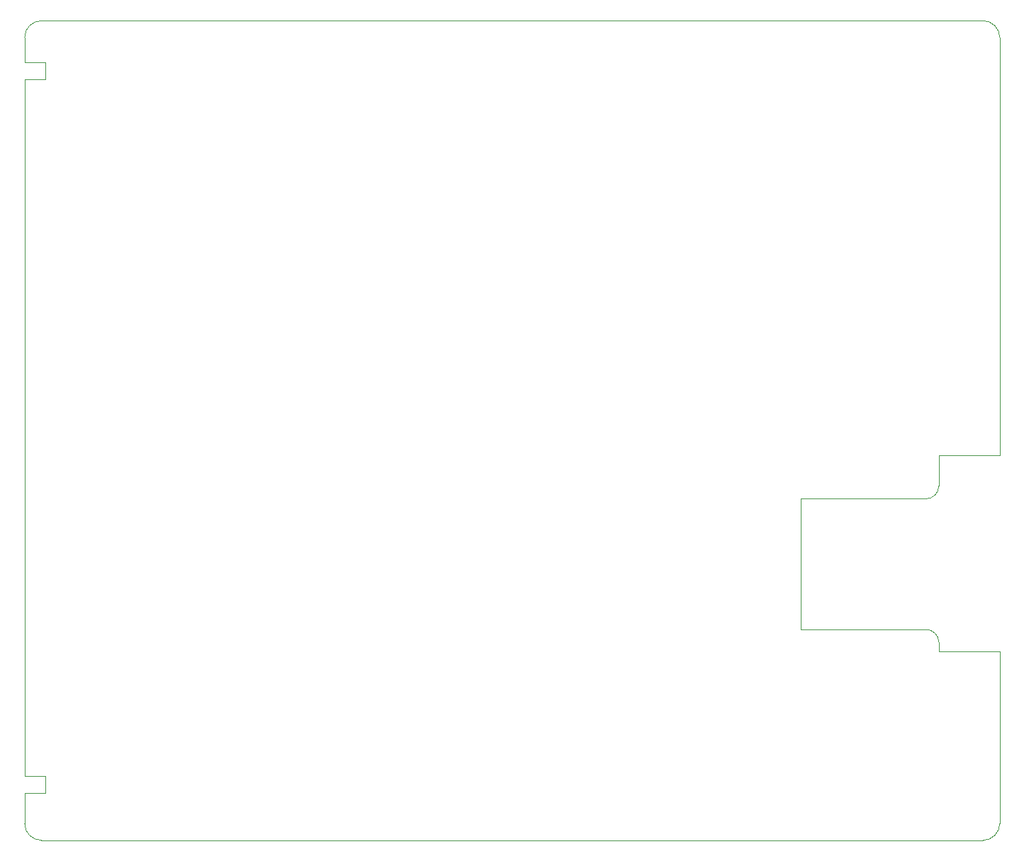
<source format=gbr>
%TF.GenerationSoftware,KiCad,Pcbnew,8.0.0~rc2*%
%TF.CreationDate,2024-03-12T18:06:46-03:00*%
%TF.ProjectId,hw_v1,68775f76-312e-46b6-9963-61645f706362,rev?*%
%TF.SameCoordinates,Original*%
%TF.FileFunction,Profile,NP*%
%FSLAX46Y46*%
G04 Gerber Fmt 4.6, Leading zero omitted, Abs format (unit mm)*
G04 Created by KiCad (PCBNEW 8.0.0~rc2) date 2024-03-12 18:06:46*
%MOMM*%
%LPD*%
G01*
G04 APERTURE LIST*
%TA.AperFunction,Profile*%
%ADD10C,0.050000*%
%TD*%
G04 APERTURE END LIST*
D10*
X164471600Y-53321000D02*
G75*
G02*
X166471600Y-55321000I0J-2000000D01*
G01*
X159187600Y-128778000D02*
X159187600Y-127635000D01*
X51971600Y-151321000D02*
G75*
G02*
X49971600Y-149321000I0J2000000D01*
G01*
X52471600Y-58293000D02*
X49971600Y-58293000D01*
X166471600Y-128778000D02*
X159187600Y-128778000D01*
X49971600Y-55321000D02*
G75*
G02*
X51971600Y-53321000I2000000J0D01*
G01*
X157663600Y-126111000D02*
G75*
G02*
X159187600Y-127635000I0J-1524000D01*
G01*
X166471600Y-149321000D02*
X166471600Y-128778000D01*
X52471600Y-60325000D02*
X52471600Y-58293000D01*
X142677600Y-110490000D02*
X157663600Y-110490000D01*
X164471600Y-53321000D02*
X51971600Y-53321000D01*
X142677600Y-126111000D02*
X142677600Y-110490000D01*
X52471600Y-143669000D02*
X49971600Y-143669000D01*
X49971600Y-143669000D02*
X49967600Y-60325000D01*
X166471600Y-105283000D02*
X166471600Y-55321000D01*
X49967600Y-145669000D02*
X52471600Y-145669000D01*
X49967600Y-145669000D02*
X49971600Y-149321000D01*
X159187600Y-105283000D02*
X166471600Y-105283000D01*
X166471600Y-149321000D02*
G75*
G02*
X164471600Y-151321000I-2000000J0D01*
G01*
X142677600Y-126111000D02*
X157663600Y-126111000D01*
X49971600Y-58293000D02*
X49971600Y-55321000D01*
X49967600Y-60325000D02*
X52471600Y-60325000D01*
X159187600Y-108966000D02*
G75*
G02*
X157663600Y-110490000I-1524000J0D01*
G01*
X52471600Y-145669000D02*
X52471600Y-143669000D01*
X51971600Y-151321000D02*
X164471600Y-151321000D01*
X159187600Y-108966000D02*
X159187600Y-105283000D01*
M02*

</source>
